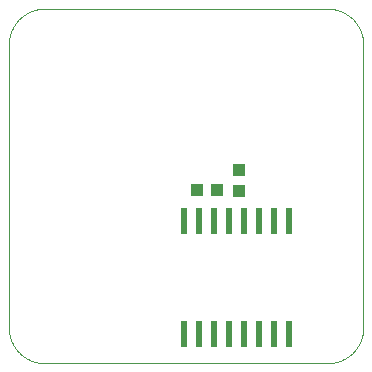
<source format=gbp>
G75*
%MOIN*%
%OFA0B0*%
%FSLAX25Y25*%
%IPPOS*%
%LPD*%
%AMOC8*
5,1,8,0,0,1.08239X$1,22.5*
%
%ADD10C,0.00000*%
%ADD11R,0.04331X0.03937*%
%ADD12R,0.02362X0.08661*%
D10*
X0001500Y0013311D02*
X0001500Y0107799D01*
X0001503Y0108084D01*
X0001514Y0108370D01*
X0001531Y0108655D01*
X0001555Y0108939D01*
X0001586Y0109223D01*
X0001624Y0109506D01*
X0001669Y0109787D01*
X0001720Y0110068D01*
X0001778Y0110348D01*
X0001843Y0110626D01*
X0001915Y0110902D01*
X0001993Y0111176D01*
X0002078Y0111449D01*
X0002170Y0111719D01*
X0002268Y0111987D01*
X0002372Y0112253D01*
X0002483Y0112516D01*
X0002600Y0112776D01*
X0002723Y0113034D01*
X0002853Y0113288D01*
X0002989Y0113539D01*
X0003130Y0113787D01*
X0003278Y0114031D01*
X0003431Y0114272D01*
X0003591Y0114508D01*
X0003756Y0114741D01*
X0003926Y0114970D01*
X0004102Y0115195D01*
X0004284Y0115415D01*
X0004470Y0115631D01*
X0004662Y0115842D01*
X0004859Y0116049D01*
X0005061Y0116251D01*
X0005268Y0116448D01*
X0005479Y0116640D01*
X0005695Y0116826D01*
X0005915Y0117008D01*
X0006140Y0117184D01*
X0006369Y0117354D01*
X0006602Y0117519D01*
X0006838Y0117679D01*
X0007079Y0117832D01*
X0007323Y0117980D01*
X0007571Y0118121D01*
X0007822Y0118257D01*
X0008076Y0118387D01*
X0008334Y0118510D01*
X0008594Y0118627D01*
X0008857Y0118738D01*
X0009123Y0118842D01*
X0009391Y0118940D01*
X0009661Y0119032D01*
X0009934Y0119117D01*
X0010208Y0119195D01*
X0010484Y0119267D01*
X0010762Y0119332D01*
X0011042Y0119390D01*
X0011323Y0119441D01*
X0011604Y0119486D01*
X0011887Y0119524D01*
X0012171Y0119555D01*
X0012455Y0119579D01*
X0012740Y0119596D01*
X0013026Y0119607D01*
X0013311Y0119610D01*
X0107799Y0119610D01*
X0108084Y0119607D01*
X0108370Y0119596D01*
X0108655Y0119579D01*
X0108939Y0119555D01*
X0109223Y0119524D01*
X0109506Y0119486D01*
X0109787Y0119441D01*
X0110068Y0119390D01*
X0110348Y0119332D01*
X0110626Y0119267D01*
X0110902Y0119195D01*
X0111176Y0119117D01*
X0111449Y0119032D01*
X0111719Y0118940D01*
X0111987Y0118842D01*
X0112253Y0118738D01*
X0112516Y0118627D01*
X0112776Y0118510D01*
X0113034Y0118387D01*
X0113288Y0118257D01*
X0113539Y0118121D01*
X0113787Y0117980D01*
X0114031Y0117832D01*
X0114272Y0117679D01*
X0114508Y0117519D01*
X0114741Y0117354D01*
X0114970Y0117184D01*
X0115195Y0117008D01*
X0115415Y0116826D01*
X0115631Y0116640D01*
X0115842Y0116448D01*
X0116049Y0116251D01*
X0116251Y0116049D01*
X0116448Y0115842D01*
X0116640Y0115631D01*
X0116826Y0115415D01*
X0117008Y0115195D01*
X0117184Y0114970D01*
X0117354Y0114741D01*
X0117519Y0114508D01*
X0117679Y0114272D01*
X0117832Y0114031D01*
X0117980Y0113787D01*
X0118121Y0113539D01*
X0118257Y0113288D01*
X0118387Y0113034D01*
X0118510Y0112776D01*
X0118627Y0112516D01*
X0118738Y0112253D01*
X0118842Y0111987D01*
X0118940Y0111719D01*
X0119032Y0111449D01*
X0119117Y0111176D01*
X0119195Y0110902D01*
X0119267Y0110626D01*
X0119332Y0110348D01*
X0119390Y0110068D01*
X0119441Y0109787D01*
X0119486Y0109506D01*
X0119524Y0109223D01*
X0119555Y0108939D01*
X0119579Y0108655D01*
X0119596Y0108370D01*
X0119607Y0108084D01*
X0119610Y0107799D01*
X0119610Y0013311D01*
X0119607Y0013026D01*
X0119596Y0012740D01*
X0119579Y0012455D01*
X0119555Y0012171D01*
X0119524Y0011887D01*
X0119486Y0011604D01*
X0119441Y0011323D01*
X0119390Y0011042D01*
X0119332Y0010762D01*
X0119267Y0010484D01*
X0119195Y0010208D01*
X0119117Y0009934D01*
X0119032Y0009661D01*
X0118940Y0009391D01*
X0118842Y0009123D01*
X0118738Y0008857D01*
X0118627Y0008594D01*
X0118510Y0008334D01*
X0118387Y0008076D01*
X0118257Y0007822D01*
X0118121Y0007571D01*
X0117980Y0007323D01*
X0117832Y0007079D01*
X0117679Y0006838D01*
X0117519Y0006602D01*
X0117354Y0006369D01*
X0117184Y0006140D01*
X0117008Y0005915D01*
X0116826Y0005695D01*
X0116640Y0005479D01*
X0116448Y0005268D01*
X0116251Y0005061D01*
X0116049Y0004859D01*
X0115842Y0004662D01*
X0115631Y0004470D01*
X0115415Y0004284D01*
X0115195Y0004102D01*
X0114970Y0003926D01*
X0114741Y0003756D01*
X0114508Y0003591D01*
X0114272Y0003431D01*
X0114031Y0003278D01*
X0113787Y0003130D01*
X0113539Y0002989D01*
X0113288Y0002853D01*
X0113034Y0002723D01*
X0112776Y0002600D01*
X0112516Y0002483D01*
X0112253Y0002372D01*
X0111987Y0002268D01*
X0111719Y0002170D01*
X0111449Y0002078D01*
X0111176Y0001993D01*
X0110902Y0001915D01*
X0110626Y0001843D01*
X0110348Y0001778D01*
X0110068Y0001720D01*
X0109787Y0001669D01*
X0109506Y0001624D01*
X0109223Y0001586D01*
X0108939Y0001555D01*
X0108655Y0001531D01*
X0108370Y0001514D01*
X0108084Y0001503D01*
X0107799Y0001500D01*
X0013311Y0001500D01*
X0013026Y0001503D01*
X0012740Y0001514D01*
X0012455Y0001531D01*
X0012171Y0001555D01*
X0011887Y0001586D01*
X0011604Y0001624D01*
X0011323Y0001669D01*
X0011042Y0001720D01*
X0010762Y0001778D01*
X0010484Y0001843D01*
X0010208Y0001915D01*
X0009934Y0001993D01*
X0009661Y0002078D01*
X0009391Y0002170D01*
X0009123Y0002268D01*
X0008857Y0002372D01*
X0008594Y0002483D01*
X0008334Y0002600D01*
X0008076Y0002723D01*
X0007822Y0002853D01*
X0007571Y0002989D01*
X0007323Y0003130D01*
X0007079Y0003278D01*
X0006838Y0003431D01*
X0006602Y0003591D01*
X0006369Y0003756D01*
X0006140Y0003926D01*
X0005915Y0004102D01*
X0005695Y0004284D01*
X0005479Y0004470D01*
X0005268Y0004662D01*
X0005061Y0004859D01*
X0004859Y0005061D01*
X0004662Y0005268D01*
X0004470Y0005479D01*
X0004284Y0005695D01*
X0004102Y0005915D01*
X0003926Y0006140D01*
X0003756Y0006369D01*
X0003591Y0006602D01*
X0003431Y0006838D01*
X0003278Y0007079D01*
X0003130Y0007323D01*
X0002989Y0007571D01*
X0002853Y0007822D01*
X0002723Y0008076D01*
X0002600Y0008334D01*
X0002483Y0008594D01*
X0002372Y0008857D01*
X0002268Y0009123D01*
X0002170Y0009391D01*
X0002078Y0009661D01*
X0001993Y0009934D01*
X0001915Y0010208D01*
X0001843Y0010484D01*
X0001778Y0010762D01*
X0001720Y0011042D01*
X0001669Y0011323D01*
X0001624Y0011604D01*
X0001586Y0011887D01*
X0001555Y0012171D01*
X0001531Y0012455D01*
X0001514Y0012740D01*
X0001503Y0013026D01*
X0001500Y0013311D01*
D11*
X0064256Y0059059D03*
X0070949Y0059059D03*
X0078193Y0059020D03*
X0078193Y0065713D03*
D12*
X0079787Y0049039D03*
X0074787Y0049039D03*
X0069787Y0049039D03*
X0064787Y0049039D03*
X0059787Y0049039D03*
X0084787Y0049039D03*
X0089787Y0049039D03*
X0094787Y0049039D03*
X0094787Y0011343D03*
X0089787Y0011343D03*
X0084787Y0011343D03*
X0079787Y0011343D03*
X0074787Y0011343D03*
X0069787Y0011343D03*
X0064787Y0011343D03*
X0059787Y0011343D03*
M02*

</source>
